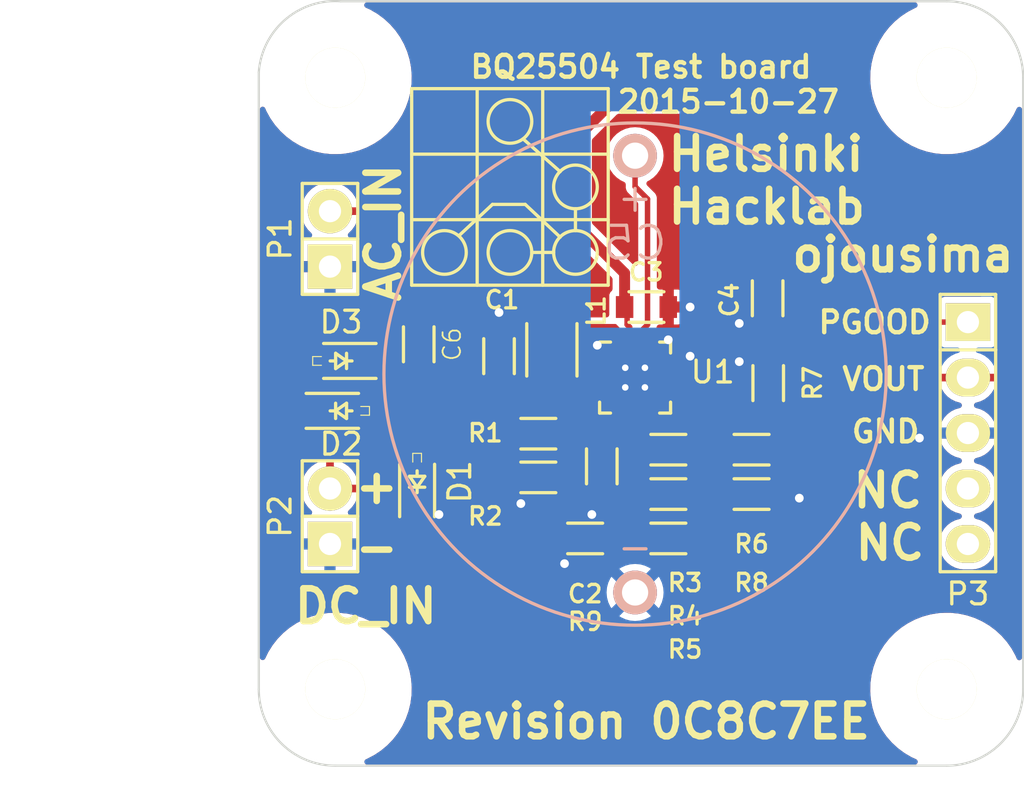
<source format=kicad_pcb>
(kicad_pcb (version 20221018) (generator pcbnew)
  (layers (0 "F.Cu" signal) (31 "B.Cu" signal) (34 "B.Paste" user) (35 "F.Paste" user) (36 "B.SilkS" user "B.Silkscreen") (37 "F.SilkS" user "F.Silkscreen") (38 "B.Mask" user) (39 "F.Mask" user) (44 "Edge.Cuts" user))
  (net 0 "")
  (net 1 "GND")
  (net 2 "/V_IN")
  (net 3 "/V_REF")
  (net 4 "/V_SYS")
  (net 5 "Net-(C5-Pad1)")
  (net 6 "Net-(L1-Pad2)")
  (net 7 "/V_OC_SAMP")
  (net 8 "/V_RDIV")
  (net 9 "/HYST")
  (net 10 "/VBUV")
  (net 11 "/VBOV")
  (net 12 "/PROG")
  (net 13 "/VBAT_OK")
  (net 14 "Net-(C6-Pad2)")
  (net 15 "Net-(C6-Pad1)")
  (footprint "footprints:SMD0603_A" (layer "F.Cu") (at 56 61.25 90)
    (fp_text reference "C1" (at 2.576 0.134 180) (layer "F.SilkS") (effects (font (size 0.8 0.8))))
    (fp_text value "C" hide)
    (fp_line (start -0.8 0.7) (end 0.8 0.7) (stroke (width 0.15)) (layer "F.SilkS"))
    (fp_line (start 0.8 -0.7) (end -0.8 -0.7) (stroke (width 0.15)) (layer "F.SilkS"))
    (pad "1" smd rect (at -1 0 90) (size 0.8 1) (layers "F.Cu" "F.Paste" "F.Mask") (net 2 "/V_IN"))
    (pad "2" smd rect (at 1 0 90) (size 0.8 1) (layers "F.Cu" "F.Paste" "F.Mask") (net 1 "GND"))
  )
  (footprint "footprints:SMD0603_A" (layer "F.Cu") (at 60.706 66.294 90)
    (fp_text reference "C2" (at -5.842 -0.762 180) (layer "F.SilkS") (effects (font (size 0.8 0.8))))
    (fp_text value "C" hide)
    (fp_line (start -0.8 0.7) (end 0.8 0.7) (stroke (width 0.15)) (layer "F.SilkS"))
    (fp_line (start 0.8 -0.7) (end -0.8 -0.7) (stroke (width 0.15)) (layer "F.SilkS"))
    (pad "1" smd rect (at -1 0 90) (size 0.8 1) (layers "F.Cu" "F.Paste" "F.Mask") (net 1 "GND"))
    (pad "2" smd rect (at 1 0 90) (size 0.8 1) (layers "F.Cu" "F.Paste" "F.Mask") (net 3 "/V_REF"))
  )
  (footprint "footprints:SMD0603_A" (layer "F.Cu") (at 62.75 59)
    (fp_text reference "C3" (at -0.012 -1.596) (layer "F.SilkS") (effects (font (size 0.8 0.8))))
    (fp_text value "C" hide)
    (fp_line (start -0.8 0.7) (end 0.8 0.7) (stroke (width 0.15)) (layer "F.SilkS"))
    (fp_line (start 0.8 -0.7) (end -0.8 -0.7) (stroke (width 0.15)) (layer "F.SilkS"))
    (pad "1" smd rect (at -1 0) (size 0.8 1) (layers "F.Cu" "F.Paste" "F.Mask") (net 4 "/V_SYS"))
    (pad "2" smd rect (at 1 0) (size 0.8 1) (layers "F.Cu" "F.Paste" "F.Mask") (net 1 "GND"))
  )
  (footprint "footprints:SMD0603_A" (layer "F.Cu") (at 68.3 58.6 -90)
    (fp_text reference "C4" (at 0.074 1.752 270) (layer "F.SilkS") (effects (font (size 0.8 0.8))))
    (fp_text value "C" hide)
    (fp_line (start -0.8 0.7) (end 0.8 0.7) (stroke (width 0.15)) (layer "F.SilkS"))
    (fp_line (start 0.8 -0.7) (end -0.8 -0.7) (stroke (width 0.15)) (layer "F.SilkS"))
    (pad "1" smd rect (at -1 0 270) (size 0.8 1) (layers "F.Cu" "F.Paste" "F.Mask") (net 4 "/V_SYS"))
    (pad "2" smd rect (at 1 0 270) (size 0.8 1) (layers "F.Cu" "F.Paste" "F.Mask") (net 1 "GND"))
  )
  (footprint "footprints:SMD1206_A" (layer "F.Cu") (at 58.42 60.96 90)
    (fp_text reference "L1" (at 1.778 2.032 90) (layer "F.SilkS") (effects (font (size 0.8 0.8))))
    (fp_text value "INDUCTOR_SMALL" hide)
    (fp_line (start -1.2 1.15) (end 1.2 1.15) (stroke (width 0.15)) (layer "F.SilkS"))
    (fp_line (start 1.2 -1.15) (end -1.2 -1.15) (stroke (width 0.15)) (layer "F.SilkS"))
    (pad "1" smd rect (at -1.4 0 90) (size 1.4 1.8) (layers "F.Cu" "F.Paste" "F.Mask") (net 2 "/V_IN"))
    (pad "2" smd rect (at 1.4 0 90) (size 1.4 1.8) (layers "F.Cu" "F.Paste" "F.Mask") (net 6 "Net-(L1-Pad2)"))
  )
  (footprint "footprints:Pin_Header_Straight_1x02" (layer "F.Cu") (at 48.26 55.88 90)
    (fp_text reference "P1" (at 0 -2.286 90) (layer "F.SilkS"))
    (fp_text value "CONN_01X02" hide)
    (fp_line (start -2.54 -1.27) (end -2.54 1.27) (stroke (width 0.15)) (layer "F.SilkS"))
    (fp_line (start -2.54 1.27) (end 0 1.27) (stroke (width 0.15)) (layer "F.SilkS"))
    (fp_line (start 0 -1.27) (end 0 1.27) (stroke (width 0.15)) (layer "F.SilkS"))
    (fp_line (start 0 1.27) (end 2.54 1.27) (stroke (width 0.15)) (layer "F.SilkS"))
    (fp_line (start 2.54 -1.27) (end -2.54 -1.27) (stroke (width 0.15)) (layer "F.SilkS"))
    (fp_line (start 2.54 1.27) (end 2.54 -1.27) (stroke (width 0.15)) (layer "F.SilkS"))
    (pad "1" thru_hole rect (at -1.27 0 90) (size 2.032 2.032) (drill 1.016) (layers "*.Cu" "*.Mask" "F.SilkS") (net 1 "GND"))
    (pad "2" thru_hole oval (at 1.27 0 90) (size 2.032 2.032) (drill 1.016) (layers "*.Cu" "*.Mask" "F.SilkS") (net 14 "Net-(C6-Pad2)"))
  )
  (footprint "footprints:Pin_Header_Straight_1x02" (layer "F.Cu") (at 48.26 68.58 90)
    (fp_text reference "P2" (at 0 -2.286 90) (layer "F.SilkS"))
    (fp_text value "CONN_01X02" hide)
    (fp_line (start -2.54 -1.27) (end -2.54 1.27) (stroke (width 0.15)) (layer "F.SilkS"))
    (fp_line (start -2.54 1.27) (end 0 1.27) (stroke (width 0.15)) (layer "F.SilkS"))
    (fp_line (start 0 -1.27) (end 0 1.27) (stroke (width 0.15)) (layer "F.SilkS"))
    (fp_line (start 0 1.27) (end 2.54 1.27) (stroke (width 0.15)) (layer "F.SilkS"))
    (fp_line (start 2.54 -1.27) (end -2.54 -1.27) (stroke (width 0.15)) (layer "F.SilkS"))
    (fp_line (start 2.54 1.27) (end 2.54 -1.27) (stroke (width 0.15)) (layer "F.SilkS"))
    (pad "1" thru_hole rect (at -1.27 0 90) (size 2.032 2.032) (drill 1.016) (layers "*.Cu" "*.Mask" "F.SilkS") (net 1 "GND"))
    (pad "2" thru_hole oval (at 1.27 0 90) (size 2.032 2.032) (drill 1.016) (layers "*.Cu" "*.Mask" "F.SilkS") (net 2 "/V_IN"))
  )
  (footprint "footprints:SMD0603_A" (layer "F.Cu") (at 57.8 64.8)
    (fp_text reference "R1" (at -2.428 -0.03) (layer "F.SilkS") (effects (font (size 0.8 0.8))))
    (fp_text value "R_Small" hide)
    (fp_line (start -0.8 0.7) (end 0.8 0.7) (stroke (width 0.15)) (layer "F.SilkS"))
    (fp_line (start 0.8 -0.7) (end -0.8 -0.7) (stroke (width 0.15)) (layer "F.SilkS"))
    (pad "1" smd rect (at -1 0) (size 0.8 1) (layers "F.Cu" "F.Paste" "F.Mask") (net 2 "/V_IN"))
    (pad "2" smd rect (at 1 0) (size 0.8 1) (layers "F.Cu" "F.Paste" "F.Mask") (net 7 "/V_OC_SAMP"))
  )
  (footprint "footprints:SMD0603_A" (layer "F.Cu") (at 57.8 66.8 180)
    (fp_text reference "R2" (at 2.428 -1.78 180) (layer "F.SilkS") (effects (font (size 0.8 0.8))))
    (fp_text value "R_Small" hide)
    (fp_line (start -0.8 0.7) (end 0.8 0.7) (stroke (width 0.15)) (layer "F.SilkS"))
    (fp_line (start 0.8 -0.7) (end -0.8 -0.7) (stroke (width 0.15)) (layer "F.SilkS"))
    (pad "1" smd rect (at -1 0 180) (size 0.8 1) (layers "F.Cu" "F.Paste" "F.Mask") (net 7 "/V_OC_SAMP"))
    (pad "2" smd rect (at 1 0 180) (size 0.8 1) (layers "F.Cu" "F.Paste" "F.Mask") (net 1 "GND"))
  )
  (footprint "footprints:SMD0603_A" (layer "F.Cu") (at 63.754 65.532)
    (fp_text reference "R3" (at 0.762 6.096) (layer "F.SilkS") (effects (font (size 0.8 0.8))))
    (fp_text value "R_Small" hide)
    (fp_line (start -0.8 0.7) (end 0.8 0.7) (stroke (width 0.15)) (layer "F.SilkS"))
    (fp_line (start 0.8 -0.7) (end -0.8 -0.7) (stroke (width 0.15)) (layer "F.SilkS"))
    (pad "1" smd rect (at -1 0) (size 0.8 1) (layers "F.Cu" "F.Paste" "F.Mask") (net 8 "/V_RDIV"))
    (pad "2" smd rect (at 1 0) (size 0.8 1) (layers "F.Cu" "F.Paste" "F.Mask") (net 9 "/HYST"))
  )
  (footprint "footprints:SMD0603_A" (layer "F.Cu") (at 63.754 67.564)
    (fp_text reference "R4" (at 0.762 5.588) (layer "F.SilkS") (effects (font (size 0.8 0.8))))
    (fp_text value "R_Small" hide)
    (fp_line (start -0.8 0.7) (end 0.8 0.7) (stroke (width 0.15)) (layer "F.SilkS"))
    (fp_line (start 0.8 -0.7) (end -0.8 -0.7) (stroke (width 0.15)) (layer "F.SilkS"))
    (pad "1" smd rect (at -1 0) (size 0.8 1) (layers "F.Cu" "F.Paste" "F.Mask") (net 8 "/V_RDIV"))
    (pad "2" smd rect (at 1 0) (size 0.8 1) (layers "F.Cu" "F.Paste" "F.Mask") (net 10 "/VBUV"))
  )
  (footprint "footprints:SMD0603_A" (layer "F.Cu") (at 63.754 69.596)
    (fp_text reference "R5" (at 0.762 5.08) (layer "F.SilkS") (effects (font (size 0.8 0.8))))
    (fp_text value "R_Small" hide)
    (fp_line (start -0.8 0.7) (end 0.8 0.7) (stroke (width 0.15)) (layer "F.SilkS"))
    (fp_line (start 0.8 -0.7) (end -0.8 -0.7) (stroke (width 0.15)) (layer "F.SilkS"))
    (pad "1" smd rect (at -1 0) (size 0.8 1) (layers "F.Cu" "F.Paste" "F.Mask") (net 8 "/V_RDIV"))
    (pad "2" smd rect (at 1 0) (size 0.8 1) (layers "F.Cu" "F.Paste" "F.Mask") (net 11 "/VBOV"))
  )
  (footprint "footprints:SMD0603_A" (layer "F.Cu") (at 67.564 65.532)
    (fp_text reference "R6" (at 0 4.318) (layer "F.SilkS") (effects (font (size 0.8 0.8))))
    (fp_text value "R_Small" hide)
    (fp_line (start -0.8 0.7) (end 0.8 0.7) (stroke (width 0.15)) (layer "F.SilkS"))
    (fp_line (start 0.8 -0.7) (end -0.8 -0.7) (stroke (width 0.15)) (layer "F.SilkS"))
    (pad "1" smd rect (at -1 0) (size 0.8 1) (layers "F.Cu" "F.Paste" "F.Mask") (net 9 "/HYST"))
    (pad "2" smd rect (at 1 0) (size 0.8 1) (layers "F.Cu" "F.Paste" "F.Mask") (net 12 "/PROG"))
  )
  (footprint "footprints:SMD0603_A" (layer "F.Cu") (at 68.326 62.484 90)
    (fp_text reference "R7" (at 0 2.032 90) (layer "F.SilkS") (effects (font (size 0.8 0.8))))
    (fp_text value "R_Small" hide)
    (fp_line (start -0.8 0.7) (end 0.8 0.7) (stroke (width 0.15)) (layer "F.SilkS"))
    (fp_line (start 0.8 -0.7) (end -0.8 -0.7) (stroke (width 0.15)) (layer "F.SilkS"))
    (pad "1" smd rect (at -1 0 90) (size 0.8 1) (layers "F.Cu" "F.Paste" "F.Mask") (net 12 "/PROG"))
    (pad "2" smd rect (at 1 0 90) (size 0.8 1) (layers "F.Cu" "F.Paste" "F.Mask") (net 1 "GND"))
  )
  (footprint "footprints:SMD0603_A" (layer "F.Cu") (at 67.564 67.564)
    (fp_text reference "R8" (at 0 4.064) (layer "F.SilkS") (effects (font (size 0.8 0.8))))
    (fp_text value "R_Small" hide)
    (fp_line (start -0.8 0.7) (end 0.8 0.7) (stroke (width 0.15)) (layer "F.SilkS"))
    (fp_line (start 0.8 -0.7) (end -0.8 -0.7) (stroke (width 0.15)) (layer "F.SilkS"))
    (pad "1" smd rect (at -1 0) (size 0.8 1) (layers "F.Cu" "F.Paste" "F.Mask") (net 10 "/VBUV"))
    (pad "2" smd rect (at 1 0) (size 0.8 1) (layers "F.Cu" "F.Paste" "F.Mask") (net 1 "GND"))
  )
  (footprint "footprints:SMD0603_A" (layer "F.Cu") (at 59.944 69.596 180)
    (fp_text reference "R9" (at 0 -3.81 180) (layer "F.SilkS") (effects (font (size 0.8 0.8))))
    (fp_text value "R_Small" hide)
    (fp_line (start -0.8 0.7) (end 0.8 0.7) (stroke (width 0.15)) (layer "F.SilkS"))
    (fp_line (start 0.8 -0.7) (end -0.8 -0.7) (stroke (width 0.15)) (layer "F.SilkS"))
    (pad "1" smd rect (at -1 0 180) (size 0.8 1) (layers "F.Cu" "F.Paste" "F.Mask") (net 11 "/VBOV"))
    (pad "2" smd rect (at 1 0 180) (size 0.8 1) (layers "F.Cu" "F.Paste" "F.Mask") (net 1 "GND"))
  )
  (footprint "footprints:QFN-16-1EP_3x3mm_Pitch0.5mm" (layer "F.Cu") (at 62.23 62.23)
    (fp_text reference "U1" (at 3.556 -0.254) (layer "F.SilkS"))
    (fp_text value "BQ25504")
    (fp_line (start -1.625 -1.625) (end -1.125 -1.625) (stroke (width 0.15)) (layer "F.SilkS"))
    (fp_line (start -1.625 1.625) (end -1.625 1.125) (stroke (width 0.15)) (layer "F.SilkS"))
    (fp_line (start -1.625 1.625) (end -1.125 1.625) (stroke (width 0.15)) (layer "F.SilkS"))
    (fp_line (start 1.625 -1.625) (end 1.125 -1.625) (stroke (width 0.15)) (layer "F.SilkS"))
    (fp_line (start 1.625 -1.625) (end 1.625 -1.125) (stroke (width 0.15)) (layer "F.SilkS"))
    (fp_line (start 1.625 1.625) (end 1.125 1.625) (stroke (width 0.15)) (layer "F.SilkS"))
    (fp_line (start 1.625 1.625) (end 1.625 1.125) (stroke (width 0.15)) (layer "F.SilkS"))
    (pad "1" smd oval (at -1.475 -0.75) (size 0.75 0.3) (layers "F.Cu" "F.Paste" "F.Mask") (net 1 "GND"))
    (pad "2" smd oval (at -1.475 -0.25) (size 0.75 0.3) (layers "F.Cu" "F.Paste" "F.Mask") (net 2 "/V_IN"))
    (pad "3" smd oval (at -1.475 0.25) (size 0.75 0.3) (layers "F.Cu" "F.Paste" "F.Mask") (net 7 "/V_OC_SAMP"))
    (pad "4" smd oval (at -1.475 0.75) (size 0.75 0.3) (layers "F.Cu" "F.Paste" "F.Mask") (net 3 "/V_REF"))
    (pad "5" smd oval (at -0.75 1.475 90) (size 0.75 0.3) (layers "F.Cu" "F.Paste" "F.Mask") (net 4 "/V_SYS"))
    (pad "6" smd oval (at -0.25 1.475 90) (size 0.75 0.3) (layers "F.Cu" "F.Paste" "F.Mask") (net 11 "/VBOV"))
    (pad "7" smd oval (at 0.25 1.475 90) (size 0.75 0.3) (layers "F.Cu" "F.Paste" "F.Mask") (net 8 "/V_RDIV"))
    (pad "8" smd oval (at 0.75 1.475 90) (size 0.75 0.3) (layers "F.Cu" "F.Paste" "F.Mask") (net 10 "/VBUV"))
    (pad "9" smd oval (at 1.475 0.75) (size 0.75 0.3) (layers "F.Cu" "F.Paste" "F.Mask") (net 9 "/HYST"))
    (pad "10" smd oval (at 1.475 0.25) (size 0.75 0.3) (layers "F.Cu" "F.Paste" "F.Mask") (net 12 "/PROG"))
    (pad "11" smd oval (at 1.475 -0.25) (size 0.75 0.3) (layers "F.Cu" "F.Paste" "F.Mask") (net 13 "/VBAT_OK"))
    (pad "12" smd oval (at 1.475 -0.75) (size 0.75 0.3) (layers "F.Cu" "F.Paste" "F.Mask") (net 1 "GND"))
    (pad "13" smd oval (at 0.75 -1.475 90) (size 0.75 0.3) (layers "F.Cu" "F.Paste" "F.Mask") (net 1 "GND"))
    (pad "14" smd oval (at 0.25 -1.475 90) (size 0.75 0.3) (layers "F.Cu" "F.Paste" "F.Mask") (net 5 "Net-(C5-Pad1)"))
    (pad "15" smd oval (at -0.25 -1.475 90) (size 0.75 0.3) (layers "F.Cu" "F.Paste" "F.Mask") (net 4 "/V_SYS"))
    (pad "16" smd oval (at -0.75 -1.475 90) (size 0.75 0.3) (layers "F.Cu" "F.Paste" "F.Mask") (net 6 "Net-(L1-Pad2)"))
    (pad "17" smd rect (at -0.45 -0.45) (size 0.9 0.9) (layers "F.Cu" "F.Paste" "F.Mask") (net 1 "GND"))
    (pad "17" smd rect (at -0.45 0.45) (size 0.9 0.9) (layers "F.Cu" "F.Paste" "F.Mask") (net 1 "GND"))
    (pad "17" smd rect (at 0.45 -0.45) (size 0.9 0.9) (layers "F.Cu" "F.Paste" "F.Mask") (net 1 "GND"))
    (pad "17" smd rect (at 0.45 0.45) (size 0.9 0.9) (layers "F.Cu" "F.Paste" "F.Mask") (net 1 "GND"))
  )
  (footprint "footprints:SOD-323-A" (layer "F.Cu") (at 52.25 67 90)
    (fp_text reference "D1" (at 0 1.95 90) (layer "F.SilkS"))
    (fp_text value "TVS")
    (fp_line (start -1.6 -0.8) (end 0.8 -0.8) (stroke (width 0.15)) (layer "F.SilkS"))
    (fp_line (start -1.6 0.8) (end 0.8 0.8) (stroke (width 0.15)) (layer "F.SilkS"))
    (fp_line (start -0.25 -0.35) (end -0.25 0.35) (stroke (width 0.15)) (layer "F.SilkS"))
    (fp_line (start -0.25 0) (end -0.5 0) (stroke (width 0.15)) (layer "F.SilkS"))
    (fp_line (start -0.25 0) (end 0.25 -0.35) (stroke (width 0.15)) (layer "F.SilkS"))
    (fp_line (start 0.25 -0.35) (end 0.25 0.35) (stroke (width 0.15)) (layer "F.SilkS"))
    (fp_line (start 0.25 0) (end 0.5 0) (stroke (width 0.15)) (layer "F.SilkS"))
    (fp_line (start 0.25 0.35) (end -0.25 0) (stroke (width 0.15)) (layer "F.SilkS"))
    (fp_line (start 0.9 -0.2) (end 1.3 -0.2) (stroke (width 0.05)) (layer "F.SilkS"))
    (fp_line (start 1.3 -0.2) (end 1.3 0.2) (stroke (width 0.05)) (layer "F.SilkS"))
    (fp_line (start 1.3 0.2) (end 0.9 0.2) (stroke (width 0.05)) (layer "F.SilkS"))
    (pad "1" smd rect (at -1.3 0 90) (size 1 0.55) (layers "F.Cu" "F.Paste" "F.Mask") (net 1 "GND"))
    (pad "2" smd rect (at 1.3 0 90) (size 1 0.55) (layers "F.Cu" "F.Paste" "F.Mask") (net 2 "/V_IN"))
  )
  (footprint "footprints:Pin_Header_Straight_1x05" (layer "F.Cu") (at 77.47 64.77 -90)
    (fp_text reference "P3" (at 7.366 0) (layer "F.SilkS"))
    (fp_text value "CONN_01X03" hide)
    (fp_line (start -6.35 -1.27) (end -6.35 1.27) (stroke (width 0.15)) (layer "F.SilkS"))
    (fp_line (start -6.35 -1.27) (end -3.81 -1.27) (stroke (width 0.15)) (layer "F.SilkS"))
    (fp_line (start -6.35 1.27) (end -3.81 1.27) (stroke (width 0.15)) (layer "F.SilkS"))
    (fp_line (start -3.81 -1.27) (end -3.81 1.27) (stroke (width 0.15)) (layer "F.SilkS"))
    (fp_line (start -3.81 -1.27) (end 6.35 -1.27) (stroke (width 0.15)) (layer "F.SilkS"))
    (fp_line (start 6.35 -1.27) (end 6.35 1.27) (stroke (width 0.15)) (layer "F.SilkS"))
    (fp_line (start 6.35 1.27) (end -3.81 1.27) (stroke (width 0.15)) (layer "F.SilkS"))
    (pad "1" thru_hole rect (at -5.08 0 270) (size 1.7272 2.032) (drill 1.016) (layers "*.Cu" "*.Mask" "F.SilkS") (net 13 "/VBAT_OK"))
    (pad "2" thru_hole oval (at -2.54 0 270) (size 1.7272 2.032) (drill 1.016) (layers "*.Cu" "*.Mask" "F.SilkS") (net 4 "/V_SYS"))
    (pad "3" thru_hole oval (at 0 0 270) (size 1.7272 2.032) (drill 1.016) (layers "*.Cu" "*.Mask" "F.SilkS") (net 1 "GND"))
    (pad "4" thru_hole oval (at 2.54 0 270) (size 1.7272 2.032) (drill 1.016) (layers "*.Cu" "*.Mask" "F.SilkS"))
    (pad "5" thru_hole oval (at 5.08 0 270) (size 1.7272 2.032) (drill 1.016) (layers "*.Cu" "*.Mask" "F.SilkS"))
  )
  (footprint "footprints:m2.5_mechanical_npth_mount" (layer "F.Cu") (at 48.5 48.25)
    (fp_text reference "NC1" hide)
    (fp_text value "Mounting_hole" hide)
    (pad "" np_thru_hole circle (at 0 0.25) (size 2.75 2.75) (drill 2.75) (layers "*.Cu" "*.Mask" "F.SilkS") (clearance 2.125))
  )
  (footprint "footprints:m2.5_mechanical_npth_mount" (layer "F.Cu") (at 76.5 48.5)
    (fp_text reference "NC2" hide)
    (fp_text value "Mounting_hole" hide)
    (pad "" np_thru_hole circle (at 0 0) (size 2.75 2.75) (drill 2.75) (layers "*.Cu" "*.Mask" "F.SilkS") (clearance 2.125))
  )
  (footprint "footprints:m2.5_mechanical_npth_mount" (layer "F.Cu") (at 76.5 76.5)
    (fp_text reference "NC3" hide)
    (fp_text value "Mounting_hole" hide)
    (pad "" np_thru_hole circle (at 0 0) (size 2.75 2.75) (drill 2.75) (layers "*.Cu" "*.Mask" "F.SilkS") (clearance 2.125))
  )
  (footprint "footprints:m2.5_mechanical_npth_mount" (layer "F.Cu") (at 48.5 76.5)
    (fp_text reference "NC4" hide)
    (fp_text value "Mounting_hole" hide)
    (pad "" np_thru_hole circle (at 0 0) (size 2.75 2.75) (drill 2.75) (layers "*.Cu" "*.Mask" "F.SilkS") (clearance 2.125))
  )
  (footprint "footprints:SMD0603_A" (layer "F.Cu") (at 52.324 60.706 90)
    (fp_text reference "C6" (at 0 1.524 90) (layer "F.SilkS") (effects (font (size 0.8 0.8) (thickness 0.08))))
    (fp_text value "C" hide)
    (fp_line (start -0.8 0.7) (end 0.8 0.7) (stroke (width 0.15)) (layer "F.SilkS"))
    (fp_line (start 0.8 -0.7) (end -0.8 -0.7) (stroke (width 0.15)) (layer "F.SilkS"))
    (pad "1" smd rect (at -1 0 90) (size 0.8 1) (layers "F.Cu" "F.Paste" "F.Mask") (net 15 "Net-(C6-Pad1)"))
    (pad "2" smd rect (at 1 0 90) (size 0.8 1) (layers "F.Cu" "F.Paste" "F.Mask") (net 14 "Net-(C6-Pad2)"))
  )
  (footprint "footprints:SOD-323-A" (layer "F.Cu") (at 48.768 63.754)
    (fp_text reference "D2" (at 0 1.524) (layer "F.SilkS"))
    (fp_text value "D_Schottky")
    (fp_line (start -1.6 -0.8) (end 0.8 -0.8) (stroke (width 0.15)) (layer "F.SilkS"))
    (fp_line (start -1.6 0.8) (end 0.8 0.8) (stroke (width 0.15)) (layer "F.SilkS"))
    (fp_line (start -0.25 -0.35) (end -0.25 0.35) (stroke (width 0.15)) (layer "F.SilkS"))
    (fp_line (start -0.25 0) (end -0.5 0) (stroke (width 0.15)) (layer "F.SilkS"))
    (fp_line (start -0.25 0) (end 0.25 -0.35) (stroke (width 0.15)) (layer "F.SilkS"))
    (fp_line (start 0.25 -0.35) (end 0.25 0.35) (stroke (width 0.15)) (layer "F.SilkS"))
    (fp_line (start 0.25 0) (end 0.5 0) (stroke (width 0.15)) (layer "F.SilkS"))
    (fp_line (start 0.25 0.35) (end -0.25 0) (stroke (width 0.15)) (layer "F.SilkS"))
    (fp_line (start 0.9 -0.2) (end 1.3 -0.2) (stroke (width 0.05)) (layer "F.SilkS"))
    (fp_line (start 1.3 -0.2) (end 1.3 0.2) (stroke (width 0.05)) (layer "F.SilkS"))
    (fp_line (start 1.3 0.2) (end 0.9 0.2) (stroke (width 0.05)) (layer "F.SilkS"))
    (pad "1" smd rect (at -1.3 0) (size 1 0.55) (layers "F.Cu" "F.Paste" "F.Mask") (net 2 "/V_IN"))
    (pad "2" smd rect (at 1.3 0) (size 1 0.55) (layers "F.Cu" "F.Paste" "F.Mask") (net 15 "Net-(C6-Pad1)"))
  )
  (footprint "footprints:SOD-323-A" (layer "F.Cu") (at 48.768 61.468 180)
    (fp_text reference "D3" (at 0 1.778 180) (layer "F.SilkS"))
    (fp_text value "D_Schottky")
    (fp_line (start -1.6 -0.8) (end 0.8 -0.8) (stroke (width 0.15)) (layer "F.SilkS"))
    (fp_line (start -1.6 0.8) (end 0.8 0.8) (stroke (width 0.15)) (layer "F.SilkS"))
    (fp_line (start -0.25 -0.35) (end -0.25 0.35) (stroke (width 0.15)) (layer "F.SilkS"))
    (fp_line (start -0.25 0) (end -0.5 0) (stroke (width 0.15)) (layer "F.SilkS"))
    (fp_line (start -0.25 0) (end 0.25 -0.35) (stroke (width 0.15)) (layer "F.SilkS"))
    (fp_line (start 0.25 -0.35) (end 0.25 0.35) (stroke (width 0.15)) (layer "F.SilkS"))
    (fp_line (start 0.25 0) (end 0.5 0) (stroke (width 0.15)) (layer "F.SilkS"))
    (fp_line (start 0.25 0.35) (end -0.25 0) (stroke (width 0.15)) (layer "F.SilkS"))
    (fp_line (start 0.9 -0.2) (end 1.3 -0.2) (stroke (width 0.05)) (layer "F.SilkS"))
    (fp_line (start 1.3 -0.2) (end 1.3 0.2) (stroke (width 0.05)) (layer "F.SilkS"))
    (fp_line (start 1.3 0.2) (end 0.9 0.2) (stroke (width 0.05)) (layer "F.SilkS"))
    (pad "1" smd rect (at -1.3 0 180) (size 1 0.55) (layers "F.Cu" "F.Paste" "F.Mask") (net 15 "Net-(C6-Pad1)"))
    (pad "2" smd rect (at 1.3 0 180) (size 1 0.55) (layers "F.Cu" "F.Paste" "F.Mask") (net 1 "GND"))
  )
  (footprint "footprints:EECRG0V155HN" (layer "B.Cu") (at 62.23 52.07 180)
    (fp_text reference "C5" (at 0 -4 180) (layer "B.SilkS") (effects (font (size 1.5 1.5)) (justify mirror)))
    (fp_text value "EECRG0V155(V|H)N")
    (fp_line (start -0.5 -2) (end 0.5 -2) (stroke (width 0.15)) (layer "B.SilkS"))
    (fp_line (start 0 -1.5) (end 0 -2.5) (stroke (width 0.15)) (layer "B.SilkS"))
    (fp_line (start 0.5 -18) (end -0.5 -18) (stroke (width 0.15)) (layer "B.SilkS"))
    (fp_circle (center 0 -10) (end 11.5 -10) (stroke (width 0.15)) (fill none) (layer "B.SilkS"))
    (pad "1" thru_hole circle (at 0 0 180) (size 2 2) (drill 1.2) (layers "*.Cu" "*.Mask" "B.SilkS") (net 5 "Net-(C5-Pad1)"))
    (pad "2" thru_hole circle (at 0 -20 180) (size 2 2) (drill 1.2) (layers "*.Cu" "*.Mask" "B.SilkS") (net 1 "GND"))
  )
  (gr_line (start 57.1 51.3) (end 58.8 52.8) (stroke (width 0.15)) (layer "F.SilkS"))
  (gr_line (start 57.2 54.3) (end 58.8 55.8) (stroke (width 0.15)) (layer "F.SilkS"))
  (gr_line (start 52 49) (end 52 58) (stroke (width 0.15)) (layer "F.SilkS"))
  (gr_line (start 61 49) (end 52 49) (stroke (width 0.15)) (layer "F.SilkS"))
  (gr_circle (center 56.5 50.5) (end 57.5 50.5) (stroke (width 0.15)) (fill none) (layer "F.SilkS"))
  (gr_line (start 61 58) (end 61 49) (stroke (width 0.15)) (layer "F.SilkS"))
  (gr_circle (center 56.5 56.5) (end 57.5 56.5) (stroke (width 0.15)) (fill none) (layer "F.SilkS"))
  (gr_line (start 58 58) (end 58 49) (stroke (width 0.15)) (layer "F.SilkS"))
  (gr_line (start 59.5 54.5) (end 59.5 55.5) (stroke (width 0.15)) (layer "F.SilkS"))
  (gr_line (start 52 58) (end 61 58) (stroke (width 0.15)) (layer "F.SilkS"))
  (gr_line (start 54.2 55.7) (end 55.7 54.3) (stroke (width 0.15)) (layer "F.SilkS"))
  (gr_circle (center 59.5 56.5) (end 60.5 56.5) (stroke (width 0.15)) (fill none) (layer "F.SilkS"))
  (gr_line (start 55.7 54.3) (end 57.2 54.3) (stroke (width 0.15)) (layer "F.SilkS"))
  (gr_circle (center 59.5 53.5) (end 59.5 52.5) (stroke (width 0.15)) (fill none) (layer "F.SilkS"))
  (gr_circle (center 53.5 56.5) (end 54.5 56.5) (stroke (width 0.15)) (fill none) (layer "F.SilkS"))
  (gr_line (start 57.5 56.5) (end 58.5 56.5) (stroke (width 0.15)) (layer "F.SilkS"))
  (gr_line (start 55 49) (end 55 58) (stroke (width 0.15)) (layer "F.SilkS"))
  (gr_line (start 61 52) (end 52 52) (stroke (width 0.15)) (layer "F.SilkS"))
  (gr_line (start 52 55) (end 61 55) (stroke (width 0.15)) (layer "F.SilkS"))
  (gr_line (start 76.5 45) (end 48.75 45) (stroke (width 0.1)) (layer "Edge.Cuts"))
  (gr_line (start 45 48.25) (end 45 76.5) (stroke (width 0.1)) (layer "Edge.Cuts"))
  (gr_arc (start 48.5 80) (mid 46.025126 78.974874) (end 45 76.5) (stroke (width 0.1)) (layer "Edge.Cuts"))
  (gr_arc (start 80 76.5) (mid 78.974874 78.974874) (end 76.5 80) (stroke (width 0.1)) (layer "Edge.Cuts"))
  (gr_line (start 80 76.5) (end 80 48.5) (stroke (width 0.1)) (layer "Edge.Cuts"))
  (gr_arc (start 76.5 45) (mid 78.974874 46.025126) (end 80 48.5) (stroke (width 0.1)) (layer "Edge.Cuts"))
  (gr_arc (start 45 48.25) (mid 46.201903 45.84835) (end 48.75 45) (stroke (width 0.1)) (layer "Edge.Cuts"))
  (gr_line (start 48.5 80) (end 76.5 80) (stroke (width 0.1)) (layer "Edge.Cuts"))
  (gr_text "VOUT" (at 73.6 62.3) (layer "F.SilkS") (effects (font (size 1 1) (thickness 0.2))))
  (gr_text "DC_IN" (at 49.9 72.7) (layer "F.SilkS") (effects (font (size 1.5 1.5) (thickness 0.3))))
  (gr_text "NC" (at 73.8 67.4) (layer "F.SilkS") (effects (font (size 1.5 1.5) (thickness 0.3))))
  (gr_text "ojousima" (at 74.5 56.6) (layer "F.SilkS") (effects (font (size 1.5 1.5) (thickness 0.3))))
  (gr_text "NC" (at 73.9 69.8) (layer "F.SilkS") (effects (font (size 1.5 1.5) (thickness 0.3))))
  (gr_text "GND" (at 73.7 64.7) (layer "F.SilkS") (effects (font (size 1 1) (thickness 0.2))))
  (gr_text "Helsinki  \nHacklab" (at 63.6 53.2) (layer "F.SilkS") (effects (font (size 1.5 1.5) (thickness 0.3)) (justify left)))
  (gr_text "2015-10-27" (at 66.5 49.6) (layer "F.SilkS") (effects (font (size 1 1) (thickness 0.2))))
  (gr_text "Revision 0C8C7EE" (at 62.738 77.978) (layer "F.SilkS") (effects (font (size 1.5 1.5) (thickness 0.3))))
  (gr_text "AC_IN" (at 50.7 55.6 90) (layer "F.SilkS") (effects (font (size 1.5 1.5) (thickness 0.3))))
  (gr_text "+" (at 50.4 67.2) (layer "F.SilkS") (effects (font (size 1.5 1.5) (thickness 0.3))))
  (gr_text "PGOOD" (at 73.2 59.7) (layer "F.SilkS") (effects (font (size 1 1) (thickness 0.2))))
  (gr_text "-" (at 50.4 70) (layer "F.SilkS") (effects (font (size 1.5 1.5) (thickness 0.3))))
  (gr_text "BQ25504 Test board" (at 62.5 48) (layer "F.SilkS") (effects (font (size 1 1) (thickness 0.2))))
  (segment (start 48.26 59.182) (end 47.468 59.974) (width 0.35) (layer "F.Cu") (net 1))
  (segment (start 47.468 59.974) (end 47.468 61.468) (width 0.35) (layer "F.Cu") (net 1))
  (segment (start 58.944 69.596) (end 58.944 70.694) (width 0.35) (layer "F.Cu") (net 1))
  (segment (start 62.98 60.755) (end 63.495 60.755) (width 0.25) (layer "F.Cu") (net 1))
  (segment (start 58.944 70.694) (end 59 70.75) (width 0.35) (layer "F.Cu") (net 1))
  (segment (start 60.706 67.294) (end 60.706 68.044) (width 0.35) (layer "F.Cu") (net 1))
  (segment (start 63.75 59) (end 64.75 59) (width 0.25) (layer "F.Cu") (net 1))
  (segment (start 56.8 67.8) (end 57 68) (width 0.35) (layer "F.Cu") (net 1))
  (segment (start 64.52 61.48) (end 64.75 61.25) (width 0.25) (layer "F.Cu") (net 1))
  (segment (start 75.48 64.77) (end 75.25 65) (width 0.35) (layer "F.Cu") (net 1))
  (segment (start 67.15 59.6) (end 67 59.75) (width 0.25) (layer "F.Cu") (net 1))
  (segment (start 68.564 67.564) (end 69.564 67.564) (width 0.25) (layer "F.Cu") (net 1))
  (segment (start 63.705 61.48) (end 64.52 61.48) (width 0.25) (layer "F.Cu") (net 1))
  (segment (start 56.8 66.8) (end 56.8 67.8) (width 0.35) (layer "F.Cu") (net 1))
  (segment (start 77.47 64.77) (end 75.48 64.77) (width 0.35) (layer "F.Cu") (net 1))
  (segment (start 60.755 61.005) (end 60.5 60.75) (width 0.25) (layer "F.Cu") (net 1))
  (segment (start 48.26 57.15) (end 48.26 59.182) (width 0.35) (layer "F.Cu") (net 1))
  (segment (start 60.706 68.044) (end 60.25 68.5) (width 0.35) (layer "F.Cu") (net 1))
  (segment (start 60.755 61.48) (end 60.755 61.005) (width 0.25) (layer "F.Cu") (net 1))
  (segment (start 68.326 61.484) (end 67.016 61.484) (width 0.25) (layer "F.Cu") (net 1))
  (segment (start 69.564 67.564) (end 69.75 67.75) (width 0.25) (layer "F.Cu") (net 1))
  (segment (start 52.25 68.3) (end 53.05 68.3) (width 0.35) (layer "F.Cu") (net 1))
  (segment (start 63.495 60.755) (end 63.75 60.5) (width 0.25) (layer "F.Cu") (net 1))
  (segment (start 68.3 59.6) (end 67.15 59.6) (width 0.25) (layer "F.Cu") (net 1))
  (segment (start 67.016 61.484) (end 67 61.5) (width 0.25) (layer "F.Cu") (net 1))
  (segment (start 53.05 68.3) (end 53.25 68.5) (width 0.35) (layer "F.Cu") (net 1))
  (segment (start 56 60.25) (end 56 59.25) (width 0.25) (layer "F.Cu") (net 1))
  (via (at 61.78 61.78) (size 0.7) (drill 0.3) (layers "F.Cu" "B.Cu") (net 1))
  (via (at 64.75 59) (size 0.6) (drill 0.4) (layers "F.Cu" "B.Cu") (net 1))
  (via (at 60.5 60.75) (size 0.6) (drill 0.4) (layers "F.Cu" "B.Cu") (net 1))
  (via (at 67 59.75) (size 0.6) (drill 0.4) (layers "F.Cu" "B.Cu") (net 1))
  (via (at 62.68 62.68) (size 0.7) (drill 0.3) (layers "F.Cu" "B.Cu") (net 1))
  (via (at 64.75 61.25) (size 0.6) (drill 0.4) (layers "F.Cu" "B.Cu") (net 1))
  (via (at 59 70.75) (size 0.6) (drill 0.4) (layers "F.Cu" "B.Cu") (net 1))
  (via (at 53.25 68.5) (size 0.6) (drill 0.4) (layers "F.Cu" "B.Cu") (net 1))
  (via (at 56 59.25) (size 0.6) (drill 0.4) (layers "F.Cu" "B.Cu") (net 1))
  (via (at 62.68 61.78) (size 0.7) (drill 0.3) (layers "F.Cu" "B.Cu") (net 1))
  (via (at 69.75 67.75) (size 0.6) (drill 0.4) (layers "F.Cu" "B.Cu") (net 1))
  (via (at 63.75 60.5) (size 0.6) (drill 0.4) (layers "F.Cu" "B.Cu") (net 1))
  (via (at 60.25 68.5) (size 0.6) (drill 0.4) (layers "F.Cu" "B.Cu") (net 1))
  (via (at 75.25 65) (size 0.6) (drill 0.4) (layers "F.Cu" "B.Cu") (net 1))
  (via (at 61.78 62.68) (size 0.7) (drill 0.3) (layers "F.Cu" "B.Cu") (net 1))
  (via (at 57 68) (size 0.6) (drill 0.4) (layers "F.Cu" "B.Cu") (net 1))
  (via (at 67 61.5) (size 0.6) (drill 0.4) (layers "F.Cu" "B.Cu") (net 1))
  (segment (start 47.468 64.994) (end 48.26 65.786) (width 0.35) (layer "F.Cu") (net 2))
  (segment (start 48.26 65.786) (end 48.26 67.31) (width 0.35) (layer "F.Cu") (net 2))
  (segment (start 49.75684 67.25) (end 50.808283 67.25) (width 0.35) (layer "F.Cu") (net 2))
  (segment (start 56 62.25) (end 56 63) (width 0.35) (layer "F.Cu") (net 2))
  (segment (start 57 62.4) (end 57.04 62.36) (width 0.35) (layer "F.Cu") (net 2))
  (segment (start 55.7 65.5) (end 54.9 65.5) (width 0.35) (layer "F.Cu") (net 2))
  (segment (start 52.25 66.75) (end 52.25 65.7) (width 0.35) (layer "F.Cu") (net 2))
  (segment (start 48.26 67.31) (end 49.69684 67.31) (width 0.35) (layer "F.Cu") (net 2))
  (segment (start 60.755 61.98) (end 60.02 61.98) (width 0.25) (layer "F.Cu") (net 2))
  (segment (start 59.64 62.36) (end 58.42 62.36) (width 0.25) (layer "F.Cu") (net 2))
  (segment (start 55.9 65.3) (end 55.7 65.5) (width 0.35) (layer "F.Cu") (net 2))
  (segment (start 54.286933 64.786933) (end 54.286933 65.5) (width 0.35) (layer "F.Cu") (net 2))
  (segment (start 56.8 64.8) (end 56.15 64.8) (width 0.35) (layer "F.Cu") (net 2))
  (segment (start 53.55 64.12) (end 53.75 64.32) (width 0.35) (layer "F.Cu") (net 2))
  (segment (start 55.9 65.05) (end 55.9 65.3) (width 0.35) (layer "F.Cu") (net 2))
  (segment (start 53.55 63.27) (end 53.55 64.12) (width 0.35) (layer "F.Cu") (net 2))
  (segment (start 49.69684 67.31) (end 49.75684 67.25) (width 0.35) (layer "F.Cu") (net 2))
  (segment (start 53.75 64.32) (end 53.82 64.32) (width 0.35) (layer "F.Cu") (net 2))
  (segment (start 60.02 61.98) (end 59.64 62.36) (width 0.25) (layer "F.Cu") (net 2))
  (segment (start 57.04 62.36) (end 58.42 62.36) (width 0.35) (layer "F.Cu") (net 2))
  (segment (start 55.73 63.27) (end 53.55 63.27) (width 0.35) (layer "F.Cu") (net 2))
  (segment (start 56.15 64.8) (end 55.9 65.05) (width 0.35) (layer "F.Cu") (net 2))
  (segment (start 51.75 67.25) (end 52.25 66.75) (width 0.35) (layer "F.Cu") (net 2))
  (segment (start 56 63) (end 55.73 63.27) (width 0.35) (layer "F.Cu") (net 2))
  (segment (start 53.55 65.7) (end 53.75 65.5) (width 0.35) (layer "F.Cu") (net 2))
  (segment (start 53.82 64.32) (end 54.286933 64.786933) (width 0.35) (layer "F.Cu") (net 2))
  (segment (start 52.25 65.7) (end 53.55 65.7) (width 0.35) (layer "F.Cu") (net 2))
  (segment (start 53.75 65.5) (end 54.286933 65.5) (width 0.35) (layer "F.Cu") (net 2))
  (segment (start 47.468 63.754) (end 47.468 64.994) (width 0.35) (layer "F.Cu") (net 2))
  (segment (start 56 62.25) (end 56.85 62.25) (width 0.35) (layer "F.Cu") (net 2))
  (segment (start 56.85 62.25) (end 57 62.4) (width 0.35) (layer "F.Cu") (net 2))
  (segment (start 54.286933 65.5) (end 54.9 65.5) (width 0.35) (layer "F.Cu") (net 2))
  (segment (start 50.808283 67.25) (end 51.75 67.25) (width 0.35) (layer "F.Cu") (net 2))
  (segment (start 60.755 65.245) (end 60.706 65.294) (width 0.25) (layer "F.Cu") (net 3))
  (segment (start 60.755 62.98) (end 60.755 65.245) (width 0.25) (layer "F.Cu") (net 3))
  (segment (start 61.75 57.45) (end 59.7 55.4) (width 0.5) (layer "F.Cu") (net 4))
  (segment (start 59.7 55.4) (end 59.7 51.1) (width 0.5) (layer "F.Cu") (net 4))
  (segment (start 59.7 51.1) (end 61.2 49.6) (width 0.5) (layer "F.Cu") (net 4))
  (segment (start 61.2 49.6) (end 65.8 49.6) (width 0.5) (layer "F.Cu") (net 4))
  (segment (start 65.8 49.6) (end 68.3 52.1) (width 0.5) (layer "F.Cu") (net 4))
  (segment (start 68.3 52.1) (end 68.3 57.6) (width 0.5) (layer "F.Cu") (net 4))
  (segment (start 66.802 73.914) (end 71.882 68.834) (width 0.35) (layer "F.Cu") (net 4))
  (segment (start 61.48 63.705) (end 61.48 64.40277) (width 0.2) (layer "F.Cu") (net 4))
  (segment (start 59.69 66.905998) (end 59.69 67.564) (width 0.2) (layer "F.Cu") (net 4))
  (segment (start 61.98 59.92) (end 61.98 60.755) (width 0.25) (layer "F.Cu") (net 4))
  (segment (start 61.865 59.055) (end 61.865 59.805) (width 0.25) (layer "F.Cu") (net 4))
  (segment (start 78.836 62.23) (end 77.47 62.23) (width 0.35) (layer "F.Cu") (net 4))
  (segment (start 69.15 57.6) (end 69.3 57.75) (width 0.35) (layer "F.Cu") (net 4))
  (segment (start 71.882 68.834) (end 71.882 64.77) (width 0.35) (layer "F.Cu") (net 4))
  (segment (start 71.882 64.77) (end 74.422 62.23) (width 0.35) (layer "F.Cu") (net 4))
  (segment (start 58.674 73.914) (end 66.802 73.914) (width 0.35) (layer "F.Cu") (net 4))
  (segment (start 59.69 67.564) (end 59.436 67.564) (width 0.2) (layer "F.Cu") (net 4))
  (segment (start 78.25 57.75) (end 79 58.5) (width 0.35) (layer "F.Cu") (net 4))
  (segment (start 61.601001 64.523771) (end 61.601001 65.803001) (width 0.2) (layer "F.Cu") (net 4))
  (segment (start 79 62.066) (end 78.836 62.23) (width 0.35) (layer "F.Cu") (net 4))
  (segment (start 68.3 57.6) (end 69.15 57.6) (width 0.35) (layer "F.Cu") (net 4))
  (segment (start 61.75 59) (end 61.75 57.45) (width 0.5) (layer "F.Cu") (net 4))
  (segment (start 59.436 67.564) (end 57.912 69.088) (width 0.2) (layer "F.Cu") (net 4))
  (segment (start 61.601001 65.803001) (end 61.110002 66.294) (width 0.2) (layer "F.Cu") (net 4))
  (segment (start 69.3 57.75) (end 78.25 57.75) (width 0.35) (layer "F.Cu") (net 4))
  (segment (start 61.48 64.40277) (end 61.601001 64.523771) (width 0.2) (layer "F.Cu") (net 4))
  (segment (start 57.912 73.152) (end 58.674 73.914) (width 0.35) (layer "F.Cu") (net 4))
  (segment (start 57.912 69.088) (end 57.912 73.152) (width 0.35) (layer "F.Cu") (net 4))
  (segment (start 60.301998 66.294) (end 59.69 66.905998) (width 0.2) (layer "F.Cu") (net 4))
  (segment (start 79 58.5) (end 79 62.066) (width 0.35) (layer "F.Cu") (net 4))
  (segment (start 74.422 62.23) (end 77.47 62.23) (width 0.35) (layer "F.Cu") (net 4))
  (segment (start 61.865 59.805) (end 61.98 59.92) (width 0.25) (layer "F.Cu") (net 4))
  (segment (start 61.110002 66.294) (end 60.301998 66.294) (width 0.2) (layer "F.Cu") (net 4))
  (segment (start 62.48 60.13) (end 62.8 59.81) (width 0.25) (layer "F.Cu") (net 5))
  (segment (start 62.8 54.054213) (end 62.23 53.484213) (width 0.25) (layer "F.Cu") (net 5))
  (segment (start 62.48 60.755) (end 62.48 60.13) (width 0.25) (layer "F.Cu") (net 5))
  (segment (start 62.23 53.484213) (end 62.23 52.07) (width 0.25) (layer "F.Cu") (net 5))
  (segment (start 62.8 59.81) (end 62.8 54.054213) (width 0.25) (layer "F.Cu") (net 5))
  (segment (start 61.3 59.9) (end 61.48 60.08) (width 0.25) (layer "F.Cu") (net 6))
  (segment (start 61.48 60.08) (end 61.48 60.755) (width 0.25) (layer "F.Cu") (net 6))
  (segment (start 59.91 59.9) (end 61.3 59.9) (width 0.25) (layer "F.Cu") (net 6))
  (segment (start 58.42 59.56) (end 59.57 59.56) (width 0.25) (layer "F.Cu") (net 6))
  (segment (start 59.57 59.56) (end 59.91 59.9) (width 0.25) (layer "F.Cu") (net 6))
  (segment (start 59.8 64.45) (end 59.8 62.9) (width 0.25) (layer "F.Cu") (net 7))
  (segment (start 60.22 62.48) (end 60.755 62.48) (width 0.25) (layer "F.Cu") (net 7))
  (segment (start 58.8 64.8) (end 58.8 66.8) (width 0.35) (layer "F.Cu") (net 7))
  (segment (start 58.8 64.8) (end 59.45 64.8) (width 0.25) (layer "F.Cu") (net 7))
  (segment (start 59.45 64.8) (end 59.8 64.45) (width 0.25) (layer "F.Cu") (net 7))
  (segment (start 59.8 62.9) (end 60.22 62.48) (width 0.25) (layer "F.Cu") (net 7))
  (segment (start 62.754 64.754) (end 62.754 65.532) (width 0.25) (layer "F.Cu") (net 8))
  (segment (start 62.754 69.596) (end 62.754 67.564) (width 0.25) (layer "F.Cu") (net 8))
  (segment (start 62.48 64.48) (end 62.754 64.754) (width 0.25) (layer "F.Cu") (net 8))
  (segment (start 62.754 69.596) (end 62.754 65.532) (width 0.25) (layer "F.Cu") (net 8))
  (segment (start 62.48 63.705) (end 62.48 64.48) (width 0.25) (layer "F.Cu") (net 8))
  (segment (start 63.705 62.98) (end 64.33 62.98) (width 0.25) (layer "F.Cu") (net 9))
  (segment (start 64.754 63.496) (end 64.754 65.532) (width 0.25) (layer "F.Cu") (net 9))
  (segment (start 64.8 63.45) (end 64.754 63.496) (width 0.25) (layer "F.Cu") (net 9))
  (segment (start 66.564 65.532) (end 64.754 65.532) (width 0.25) (layer "F.Cu") (net 9))
  (segment (start 64.33 62.98) (end 64.8 63.45) (width 0.25) (layer "F.Cu") (net 9))
  (segment (start 63.7 64.9) (end 63.7 67.4) (width 0.25) (layer "F.Cu") (net 10))
  (segment (start 62.98 63.705) (end 62.98 64.33) (width 0.25) (layer "F.Cu") (net 10))
  (segment (start 63.864 67.564) (end 64.754 67.564) (width 0.25) (layer "F.Cu") (net 10))
  (segment (start 66.564 67.564) (end 64.754 67.564) (width 0.25) (layer "F.Cu") (net 10))
  (segment (start 63.7 67.4) (end 63.864 67.564) (width 0.25) (layer "F.Cu") (net 10))
  (segment (start 63.6 64.8) (end 63.7 64.9) (width 0.25) (layer "F.Cu") (net 10))
  (segment (start 62.98 64.33) (end 63.45 64.8) (width 0.25) (layer "F.Cu") (net 10))
  (segment (start 63.45 64.8) (end 63.6 64.8) (width 0.25) (layer "F.Cu") (net 10))
  (segment (start 61.98 63.705) (end 61.98 64.33) (width 0.25) (layer "F.Cu") (net 11))
  (segment (start 61.981011 67.808989) (end 60.944 68.846) (width 0.25) (layer "F.Cu") (net 11))
  (segment (start 61.98 64.33) (end 61.981011 64.331011) (width 0.2) (layer "F.Cu") (net 11))
  (segment (start 64.6 70.5) (end 61.098 70.5) (width 0.25) (layer "F.Cu") (net 11))
  (segment (start 61.098 70.5) (end 60.944 70.346) (width 0.25) (layer "F.Cu") (net 11))
  (segment (start 60.944 70.346) (end 60.944 69.596) (width 0.25) (layer "F.Cu") (net 11))
  (segment (start 64.754 69.596) (end 64.754 70.346) (width 0.25) (layer "F.Cu") (net 11))
  (segment (start 64.754 70.346) (end 64.6 70.5) (width 0.25) (layer "F.Cu") (net 11))
  (segment (start 61.981011 64.331011) (end 61.981011 67.808989) (width 0.2) (layer "F.Cu") (net 11))
  (segment (start 60.944 68.846) (end 60.944 69.596) (width 0.25) (layer "F.Cu") (net 11))
  (segment (start 68.326 63.484) (end 67.576 63.484) (width 0.25) (layer "F.Cu") (net 12))
  (segment (start 65.8 63.5) (end 64.78 62.48) (width 0.25) (layer "F.Cu") (net 12))
  (segment (start 64.78 62.48) (end 63.705 62.48) (width 0.25) (layer "F.Cu") (net 12))
  (segment (start 67.56 63.5) (end 65.8 63.5) (width 0.25) (layer "F.Cu") (net 12))
  (segment (start 68.326 64.134) (end 68.564 64.372) (width 0.25) (layer "F.Cu") (net 12))
  (segment (start 67.576 63.484) (end 67.56 63.5) (width 0.25) (layer "F.Cu") (net 12))
  (segment (start 68.564 64.372) (end 68.564 65.532) (width 0.25) (layer "F.Cu") (net 12))
  (segment (start 68.326 63.484) (end 68.326 64.134) (width 0.25) (layer "F.Cu") (net 12))
  (segment (start 66.5 60.75) (end 72.75 60.75) (width 0.25) (layer "F.Cu") (net 13))
  (segment (start 65.27 61.98) (end 66.5 60.75) (width 0.25) (layer "F.Cu") (net 13))
  (segment (start 63.705 61.98) (end 65.27 61.98) (width 0.25) (layer "F.Cu") (net 13))
  (segment (start 73.81 59.69) (end 77.47 59.69) (width 0.25) (layer "F.Cu") (net 13))
  (segment (start 72.75 60.75) (end 73.81 59.69) (width 0.25) (layer "F.Cu") (net 13))
  (segment (start 50.038 54.61) (end 51.054 55.626) (width 0.35) (layer "F.Cu") (net 14))
  (segment (start 51.054 55.626) (end 51.054 59.436) (width 0.35) (layer "F.Cu") (net 14))
  (segment (start 51.054 59.436) (end 51.324 59.706) (width 0.35) (layer "F.Cu") (net 14))
  (segment (start 51.324 59.706) (end 52.324 59.706) (width 0.35) (layer "F.Cu") (net 14))
  (segment (start 48.26 54.61) (end 50.038 54.61) (width 0.35) (layer "F.Cu") (net 14))
  (segment (start 51.292 61.706) (end 51.054 61.468) (width 0.35) (layer "F.Cu") (net 15))
  (segment (start 51.054 61.468) (end 50.068 61.468) (width 0.35) (layer "F.Cu") (net 15))
  (segment (start 52.324 61.706) (end 51.292 61.706) (width 0.35) (layer "F.Cu") (net 15))
  (segment (start 50.068 61.468) (end 50.068 63.754) (width 0.35) (layer "F.Cu") (net 15))
  (zone (net 1) (net_name "GND") (layer "F.Cu") (connect_pads (clearance 0.3)) (min_thickness 0.254) (fill yes (thermal_gap 0.3) (thermal_bridge_width 0.508))
    (polygon (pts (xy 80 80) (xy 45 80) (xy 45 45) (xy 80 45)))
    (polygon (pts (xy 54.25 63.75) (xy 55.75 62.75) (xy 61 62.75) (xy 61 63.5) (xy 64.75 63.5) (xy 66 62.25) (xy 66 61.5) (xy 67 60.75) (xy 69.75 60.75) (xy 71.25 60.75) (xy 71.25 67.5) (xy 71.25 72.5) (xy 69 74.25) (xy 58.25 74.25) (xy 54.25 70.25)))
  )
  (zone (net 1) (net_name "GND") (layer "B.Cu") (connect_pads (clearance 0.3)) (min_thickness 0.254) (fill yes (thermal_gap 0.3) (thermal_bridge_width 0.508))
    (polygon (pts (xy 80 80) (xy 45 80) (xy 45 45) (xy 80 45)))
    (polygon (pts (xy 62.23 50.038) (xy 60.198 50.038) (xy 60.198 59.944) (xy 64.262 59.944) (xy 64.262 50.038)))
  )
)
</source>
